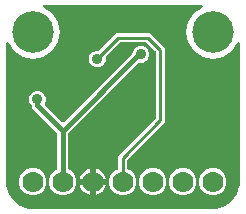
<source format=gbr>
G04 EAGLE Gerber RS-274X export*
G75*
%MOMM*%
%FSLAX34Y34*%
%LPD*%
%INBottom Copper*%
%IPPOS*%
%AMOC8*
5,1,8,0,0,1.08239X$1,22.5*%
G01*
%ADD10C,3.516000*%
%ADD11C,1.778000*%
%ADD12C,0.906400*%
%ADD13C,0.406400*%
%ADD14C,0.254000*%

G36*
X177822Y2543D02*
X177822Y2543D01*
X177900Y2545D01*
X181277Y2810D01*
X181345Y2824D01*
X181414Y2829D01*
X181570Y2869D01*
X187994Y4956D01*
X188101Y5006D01*
X188212Y5050D01*
X188263Y5083D01*
X188282Y5091D01*
X188297Y5104D01*
X188348Y5136D01*
X193812Y9107D01*
X193899Y9188D01*
X193946Y9227D01*
X193952Y9231D01*
X193953Y9232D01*
X193991Y9264D01*
X194029Y9310D01*
X194044Y9324D01*
X194055Y9342D01*
X194093Y9388D01*
X198064Y14852D01*
X198121Y14956D01*
X198185Y15056D01*
X198207Y15113D01*
X198217Y15131D01*
X198222Y15151D01*
X198244Y15206D01*
X200331Y21630D01*
X200344Y21698D01*
X200367Y21764D01*
X200390Y21923D01*
X200655Y25300D01*
X200655Y25304D01*
X200656Y25307D01*
X200655Y25326D01*
X200659Y25400D01*
X200659Y142396D01*
X200646Y142500D01*
X200642Y142604D01*
X200626Y142657D01*
X200619Y142711D01*
X200581Y142808D01*
X200551Y142909D01*
X200523Y142956D01*
X200502Y143007D01*
X200441Y143092D01*
X200387Y143181D01*
X200348Y143220D01*
X200316Y143264D01*
X200235Y143331D01*
X200161Y143404D01*
X200113Y143432D01*
X200071Y143467D01*
X199976Y143512D01*
X199886Y143564D01*
X199833Y143579D01*
X199783Y143603D01*
X199680Y143622D01*
X199580Y143651D01*
X199525Y143652D01*
X199471Y143663D01*
X199366Y143656D01*
X199262Y143659D01*
X199208Y143646D01*
X199153Y143643D01*
X199054Y143611D01*
X198952Y143587D01*
X198903Y143562D01*
X198851Y143545D01*
X198762Y143489D01*
X198670Y143441D01*
X198628Y143404D01*
X198582Y143375D01*
X198510Y143299D01*
X198432Y143229D01*
X198379Y143159D01*
X198364Y143143D01*
X198357Y143130D01*
X198335Y143101D01*
X193834Y136366D01*
X186478Y131450D01*
X177800Y129724D01*
X169122Y131450D01*
X161766Y136366D01*
X156850Y143722D01*
X155124Y152400D01*
X156850Y161078D01*
X161766Y168434D01*
X168501Y172935D01*
X168580Y173003D01*
X168665Y173064D01*
X168700Y173107D01*
X168741Y173143D01*
X168801Y173229D01*
X168867Y173309D01*
X168891Y173359D01*
X168922Y173405D01*
X168958Y173503D01*
X169003Y173597D01*
X169013Y173651D01*
X169032Y173703D01*
X169043Y173807D01*
X169063Y173910D01*
X169059Y173965D01*
X169065Y174019D01*
X169049Y174123D01*
X169043Y174227D01*
X169026Y174279D01*
X169018Y174334D01*
X168977Y174430D01*
X168945Y174529D01*
X168915Y174576D01*
X168894Y174627D01*
X168831Y174710D01*
X168775Y174798D01*
X168735Y174836D01*
X168701Y174880D01*
X168619Y174945D01*
X168543Y175016D01*
X168495Y175043D01*
X168452Y175077D01*
X168356Y175119D01*
X168265Y175170D01*
X168211Y175183D01*
X168161Y175206D01*
X168058Y175223D01*
X167957Y175249D01*
X167869Y175255D01*
X167847Y175258D01*
X167832Y175257D01*
X167796Y175259D01*
X35404Y175259D01*
X35300Y175246D01*
X35196Y175242D01*
X35143Y175226D01*
X35089Y175219D01*
X34992Y175181D01*
X34891Y175151D01*
X34844Y175123D01*
X34793Y175102D01*
X34708Y175041D01*
X34619Y174987D01*
X34580Y174948D01*
X34535Y174916D01*
X34469Y174835D01*
X34396Y174761D01*
X34368Y174713D01*
X34333Y174671D01*
X34288Y174576D01*
X34236Y174486D01*
X34221Y174433D01*
X34197Y174383D01*
X34178Y174280D01*
X34149Y174180D01*
X34148Y174125D01*
X34137Y174071D01*
X34144Y173966D01*
X34141Y173862D01*
X34154Y173808D01*
X34157Y173753D01*
X34189Y173654D01*
X34213Y173552D01*
X34238Y173503D01*
X34255Y173451D01*
X34311Y173362D01*
X34359Y173270D01*
X34396Y173228D01*
X34425Y173182D01*
X34501Y173110D01*
X34571Y173032D01*
X34641Y172979D01*
X34657Y172964D01*
X34670Y172957D01*
X34699Y172935D01*
X41434Y168434D01*
X46350Y161078D01*
X48076Y152400D01*
X46350Y143722D01*
X41434Y136366D01*
X34078Y131450D01*
X25400Y129724D01*
X16722Y131450D01*
X9366Y136366D01*
X4865Y143101D01*
X4797Y143180D01*
X4736Y143265D01*
X4693Y143300D01*
X4657Y143341D01*
X4571Y143401D01*
X4491Y143467D01*
X4441Y143491D01*
X4395Y143522D01*
X4297Y143558D01*
X4203Y143603D01*
X4149Y143613D01*
X4097Y143632D01*
X3993Y143643D01*
X3890Y143663D01*
X3835Y143659D01*
X3781Y143665D01*
X3677Y143649D01*
X3573Y143643D01*
X3521Y143626D01*
X3466Y143618D01*
X3370Y143577D01*
X3271Y143545D01*
X3224Y143515D01*
X3173Y143494D01*
X3090Y143431D01*
X3002Y143375D01*
X2964Y143335D01*
X2920Y143301D01*
X2855Y143219D01*
X2784Y143143D01*
X2757Y143095D01*
X2723Y143052D01*
X2681Y142956D01*
X2630Y142865D01*
X2617Y142811D01*
X2594Y142761D01*
X2577Y142658D01*
X2551Y142557D01*
X2545Y142469D01*
X2542Y142447D01*
X2543Y142432D01*
X2541Y142396D01*
X2541Y25400D01*
X2543Y25378D01*
X2545Y25300D01*
X2810Y21923D01*
X2824Y21855D01*
X2829Y21786D01*
X2869Y21630D01*
X4956Y15206D01*
X5006Y15099D01*
X5050Y14988D01*
X5083Y14937D01*
X5091Y14918D01*
X5104Y14903D01*
X5136Y14852D01*
X9107Y9388D01*
X9127Y9366D01*
X9138Y9348D01*
X9184Y9305D01*
X9188Y9301D01*
X9264Y9209D01*
X9310Y9171D01*
X9324Y9156D01*
X9342Y9145D01*
X9388Y9107D01*
X14852Y5136D01*
X14956Y5079D01*
X15056Y5015D01*
X15113Y4993D01*
X15131Y4983D01*
X15151Y4978D01*
X15206Y4956D01*
X21630Y2869D01*
X21698Y2856D01*
X21764Y2833D01*
X21923Y2810D01*
X25300Y2545D01*
X25322Y2546D01*
X25400Y2541D01*
X177800Y2541D01*
X177822Y2543D01*
G37*
%LPC*%
G36*
X48526Y13969D02*
X48526Y13969D01*
X44325Y15709D01*
X41109Y18925D01*
X39369Y23126D01*
X39369Y27674D01*
X41109Y31875D01*
X44325Y35091D01*
X45444Y35554D01*
X45469Y35569D01*
X45497Y35578D01*
X45607Y35647D01*
X45720Y35711D01*
X45741Y35732D01*
X45766Y35748D01*
X45855Y35842D01*
X45948Y35933D01*
X45964Y35958D01*
X45984Y35979D01*
X46047Y36093D01*
X46115Y36204D01*
X46123Y36232D01*
X46138Y36258D01*
X46170Y36384D01*
X46208Y36508D01*
X46210Y36537D01*
X46217Y36566D01*
X46227Y36727D01*
X46227Y66160D01*
X46215Y66258D01*
X46212Y66357D01*
X46195Y66416D01*
X46187Y66476D01*
X46151Y66568D01*
X46123Y66663D01*
X46093Y66715D01*
X46070Y66771D01*
X46012Y66851D01*
X45962Y66937D01*
X45896Y67012D01*
X45884Y67029D01*
X45874Y67037D01*
X45856Y67058D01*
X24637Y88276D01*
X24637Y89295D01*
X24625Y89393D01*
X24622Y89492D01*
X24605Y89550D01*
X24597Y89610D01*
X24561Y89702D01*
X24533Y89797D01*
X24503Y89850D01*
X24480Y89906D01*
X24422Y89986D01*
X24372Y90071D01*
X24306Y90147D01*
X24294Y90163D01*
X24284Y90171D01*
X24266Y90192D01*
X23214Y91244D01*
X22137Y93843D01*
X22137Y96657D01*
X23214Y99256D01*
X25204Y101246D01*
X27803Y102323D01*
X30617Y102323D01*
X33216Y101246D01*
X35206Y99256D01*
X36283Y96657D01*
X36283Y93843D01*
X35354Y91601D01*
X35346Y91572D01*
X35333Y91546D01*
X35304Y91419D01*
X35270Y91294D01*
X35270Y91265D01*
X35263Y91236D01*
X35267Y91106D01*
X35265Y90976D01*
X35272Y90947D01*
X35273Y90918D01*
X35309Y90793D01*
X35339Y90667D01*
X35353Y90641D01*
X35361Y90612D01*
X35427Y90501D01*
X35488Y90386D01*
X35508Y90364D01*
X35523Y90339D01*
X35629Y90218D01*
X49902Y75944D01*
X49997Y75871D01*
X50086Y75793D01*
X50122Y75774D01*
X50154Y75749D01*
X50263Y75702D01*
X50369Y75648D01*
X50408Y75639D01*
X50446Y75623D01*
X50563Y75604D01*
X50679Y75578D01*
X50720Y75580D01*
X50760Y75573D01*
X50878Y75584D01*
X50997Y75588D01*
X51036Y75599D01*
X51076Y75603D01*
X51189Y75643D01*
X51303Y75676D01*
X51337Y75697D01*
X51376Y75711D01*
X51474Y75777D01*
X51577Y75838D01*
X51622Y75878D01*
X51639Y75889D01*
X51652Y75904D01*
X51697Y75944D01*
X109396Y133642D01*
X109456Y133721D01*
X109524Y133793D01*
X109548Y133837D01*
X109569Y133862D01*
X109575Y133873D01*
X109590Y133894D01*
X109630Y133985D01*
X109678Y134071D01*
X109689Y134117D01*
X109705Y134150D01*
X109708Y134164D01*
X109717Y134185D01*
X109732Y134283D01*
X109757Y134379D01*
X109761Y134444D01*
X109765Y134462D01*
X109764Y134480D01*
X109767Y134500D01*
X109765Y134512D01*
X109767Y134540D01*
X109767Y134757D01*
X110844Y137356D01*
X112834Y139346D01*
X115433Y140423D01*
X118247Y140423D01*
X120846Y139346D01*
X122836Y137356D01*
X123913Y134757D01*
X123913Y131943D01*
X122836Y129344D01*
X120846Y127354D01*
X118247Y126277D01*
X115490Y126277D01*
X115392Y126265D01*
X115293Y126262D01*
X115234Y126245D01*
X115174Y126237D01*
X115082Y126201D01*
X114987Y126173D01*
X114935Y126143D01*
X114879Y126120D01*
X114799Y126062D01*
X114713Y126012D01*
X114638Y125946D01*
X114621Y125934D01*
X114613Y125924D01*
X114592Y125906D01*
X55744Y67058D01*
X55684Y66979D01*
X55616Y66907D01*
X55587Y66854D01*
X55550Y66806D01*
X55510Y66715D01*
X55462Y66629D01*
X55447Y66570D01*
X55423Y66515D01*
X55408Y66417D01*
X55383Y66321D01*
X55377Y66221D01*
X55373Y66200D01*
X55375Y66188D01*
X55373Y66160D01*
X55373Y36727D01*
X55376Y36697D01*
X55374Y36668D01*
X55396Y36540D01*
X55413Y36411D01*
X55423Y36384D01*
X55428Y36354D01*
X55482Y36236D01*
X55530Y36115D01*
X55547Y36091D01*
X55559Y36064D01*
X55640Y35963D01*
X55716Y35858D01*
X55739Y35839D01*
X55758Y35816D01*
X55861Y35738D01*
X55961Y35655D01*
X55988Y35643D01*
X56012Y35625D01*
X56156Y35554D01*
X57275Y35091D01*
X60491Y31875D01*
X62231Y27674D01*
X62231Y23126D01*
X60491Y18925D01*
X57275Y15709D01*
X53074Y13969D01*
X48526Y13969D01*
G37*
%LPD*%
%LPC*%
G36*
X99326Y13969D02*
X99326Y13969D01*
X95125Y15709D01*
X91909Y18925D01*
X90169Y23126D01*
X90169Y27674D01*
X91909Y31875D01*
X95125Y35091D01*
X97006Y35870D01*
X97031Y35884D01*
X97059Y35893D01*
X97169Y35963D01*
X97282Y36027D01*
X97303Y36048D01*
X97328Y36063D01*
X97417Y36158D01*
X97510Y36248D01*
X97526Y36273D01*
X97546Y36295D01*
X97609Y36409D01*
X97677Y36519D01*
X97685Y36548D01*
X97700Y36574D01*
X97732Y36699D01*
X97770Y36823D01*
X97772Y36853D01*
X97779Y36881D01*
X97789Y37042D01*
X97789Y47298D01*
X129168Y78677D01*
X129228Y78755D01*
X129296Y78827D01*
X129325Y78880D01*
X129362Y78928D01*
X129402Y79019D01*
X129450Y79106D01*
X129465Y79164D01*
X129489Y79220D01*
X129504Y79318D01*
X129529Y79414D01*
X129535Y79514D01*
X129539Y79534D01*
X129537Y79546D01*
X129539Y79574D01*
X129539Y135056D01*
X129527Y135154D01*
X129524Y135253D01*
X129507Y135311D01*
X129499Y135371D01*
X129463Y135463D01*
X129435Y135559D01*
X129405Y135611D01*
X129382Y135667D01*
X129324Y135747D01*
X129274Y135832D01*
X129208Y135908D01*
X129196Y135924D01*
X129186Y135932D01*
X129168Y135953D01*
X121983Y143138D01*
X121905Y143198D01*
X121833Y143266D01*
X121780Y143295D01*
X121732Y143332D01*
X121641Y143372D01*
X121554Y143420D01*
X121496Y143435D01*
X121440Y143459D01*
X121342Y143474D01*
X121246Y143499D01*
X121146Y143505D01*
X121126Y143509D01*
X121114Y143507D01*
X121086Y143509D01*
X99894Y143509D01*
X99796Y143497D01*
X99697Y143494D01*
X99639Y143477D01*
X99579Y143469D01*
X99487Y143433D01*
X99391Y143405D01*
X99339Y143375D01*
X99283Y143352D01*
X99203Y143294D01*
X99118Y143244D01*
X99042Y143178D01*
X99026Y143166D01*
X99018Y143156D01*
X98997Y143138D01*
X87454Y131595D01*
X87394Y131517D01*
X87326Y131445D01*
X87297Y131392D01*
X87260Y131344D01*
X87220Y131253D01*
X87172Y131166D01*
X87157Y131108D01*
X87133Y131052D01*
X87118Y130954D01*
X87093Y130858D01*
X87087Y130758D01*
X87083Y130738D01*
X87085Y130726D01*
X87083Y130698D01*
X87083Y128133D01*
X86006Y125534D01*
X84016Y123544D01*
X81417Y122467D01*
X78603Y122467D01*
X76004Y123544D01*
X74014Y125534D01*
X72937Y128133D01*
X72937Y130947D01*
X74014Y133546D01*
X76004Y135536D01*
X78603Y136613D01*
X81168Y136613D01*
X81266Y136625D01*
X81365Y136628D01*
X81423Y136645D01*
X81483Y136653D01*
X81575Y136689D01*
X81671Y136717D01*
X81723Y136747D01*
X81779Y136770D01*
X81859Y136828D01*
X81944Y136878D01*
X82020Y136944D01*
X82036Y136956D01*
X82044Y136966D01*
X82065Y136984D01*
X96212Y151131D01*
X124768Y151131D01*
X137161Y138738D01*
X137161Y75892D01*
X105782Y44513D01*
X105722Y44435D01*
X105654Y44363D01*
X105625Y44310D01*
X105588Y44262D01*
X105548Y44171D01*
X105500Y44084D01*
X105485Y44026D01*
X105461Y43970D01*
X105446Y43872D01*
X105421Y43776D01*
X105415Y43676D01*
X105411Y43656D01*
X105413Y43644D01*
X105411Y43616D01*
X105411Y37042D01*
X105414Y37013D01*
X105412Y36983D01*
X105434Y36856D01*
X105451Y36727D01*
X105461Y36699D01*
X105466Y36670D01*
X105520Y36552D01*
X105568Y36431D01*
X105585Y36407D01*
X105597Y36380D01*
X105678Y36279D01*
X105754Y36174D01*
X105777Y36155D01*
X105796Y36132D01*
X105899Y36054D01*
X105999Y35971D01*
X106026Y35958D01*
X106050Y35940D01*
X106194Y35870D01*
X108075Y35091D01*
X111291Y31875D01*
X113031Y27674D01*
X113031Y23126D01*
X111291Y18925D01*
X108075Y15709D01*
X103874Y13969D01*
X99326Y13969D01*
G37*
%LPD*%
%LPC*%
G36*
X175526Y13969D02*
X175526Y13969D01*
X171325Y15709D01*
X168109Y18925D01*
X166369Y23126D01*
X166369Y27674D01*
X168109Y31875D01*
X171325Y35091D01*
X175526Y36831D01*
X180074Y36831D01*
X184275Y35091D01*
X187491Y31875D01*
X189231Y27674D01*
X189231Y23126D01*
X187491Y18925D01*
X184275Y15709D01*
X180074Y13969D01*
X175526Y13969D01*
G37*
%LPD*%
%LPC*%
G36*
X150126Y13969D02*
X150126Y13969D01*
X145925Y15709D01*
X142709Y18925D01*
X140969Y23126D01*
X140969Y27674D01*
X142709Y31875D01*
X145925Y35091D01*
X150126Y36831D01*
X154674Y36831D01*
X158875Y35091D01*
X162091Y31875D01*
X163831Y27674D01*
X163831Y23126D01*
X162091Y18925D01*
X158875Y15709D01*
X154674Y13969D01*
X150126Y13969D01*
G37*
%LPD*%
%LPC*%
G36*
X124726Y13969D02*
X124726Y13969D01*
X120525Y15709D01*
X117309Y18925D01*
X115569Y23126D01*
X115569Y27674D01*
X117309Y31875D01*
X120525Y35091D01*
X124726Y36831D01*
X129274Y36831D01*
X133475Y35091D01*
X136691Y31875D01*
X138431Y27674D01*
X138431Y23126D01*
X136691Y18925D01*
X133475Y15709D01*
X129274Y13969D01*
X124726Y13969D01*
G37*
%LPD*%
%LPC*%
G36*
X23126Y13969D02*
X23126Y13969D01*
X18925Y15709D01*
X15709Y18925D01*
X13969Y23126D01*
X13969Y27674D01*
X15709Y31875D01*
X18925Y35091D01*
X23126Y36831D01*
X27674Y36831D01*
X31875Y35091D01*
X35091Y31875D01*
X36831Y27674D01*
X36831Y23126D01*
X35091Y18925D01*
X31875Y15709D01*
X27674Y13969D01*
X23126Y13969D01*
G37*
%LPD*%
%LPC*%
G36*
X78699Y27899D02*
X78699Y27899D01*
X78699Y36577D01*
X78877Y36549D01*
X80588Y35993D01*
X82191Y35177D01*
X83647Y34119D01*
X84919Y32847D01*
X85977Y31391D01*
X86793Y29788D01*
X87349Y28077D01*
X87377Y27899D01*
X78699Y27899D01*
G37*
%LPD*%
%LPC*%
G36*
X65023Y27899D02*
X65023Y27899D01*
X65051Y28077D01*
X65607Y29788D01*
X66423Y31391D01*
X67481Y32847D01*
X68753Y34119D01*
X70209Y35177D01*
X71812Y35993D01*
X73523Y36549D01*
X73701Y36577D01*
X73701Y27899D01*
X65023Y27899D01*
G37*
%LPD*%
%LPC*%
G36*
X78699Y22901D02*
X78699Y22901D01*
X87377Y22901D01*
X87349Y22723D01*
X86793Y21012D01*
X85977Y19409D01*
X84919Y17953D01*
X83647Y16681D01*
X82191Y15623D01*
X80588Y14807D01*
X78877Y14251D01*
X78699Y14223D01*
X78699Y22901D01*
G37*
%LPD*%
%LPC*%
G36*
X73523Y14251D02*
X73523Y14251D01*
X71812Y14807D01*
X70209Y15623D01*
X68753Y16681D01*
X67481Y17953D01*
X66423Y19409D01*
X65607Y21012D01*
X65051Y22723D01*
X65023Y22901D01*
X73701Y22901D01*
X73701Y14223D01*
X73523Y14251D01*
G37*
%LPD*%
D10*
X177800Y152400D03*
X25400Y152400D03*
D11*
X177800Y25400D03*
X152400Y25400D03*
X127000Y25400D03*
X101600Y25400D03*
X76200Y25400D03*
X50800Y25400D03*
X25400Y25400D03*
D12*
X29210Y95250D03*
D13*
X50800Y68580D02*
X50800Y25400D01*
X50800Y68580D02*
X29210Y90170D01*
X29210Y95250D01*
X50800Y68580D02*
X115570Y133350D01*
X116840Y133350D01*
D12*
X116840Y133350D03*
X45720Y132080D03*
X33020Y40640D03*
X80010Y129540D03*
D14*
X97790Y147320D01*
X123190Y147320D02*
X133350Y137160D01*
X133350Y77470D01*
X101600Y45720D01*
X101600Y25400D01*
X97790Y147320D02*
X123190Y147320D01*
M02*

</source>
